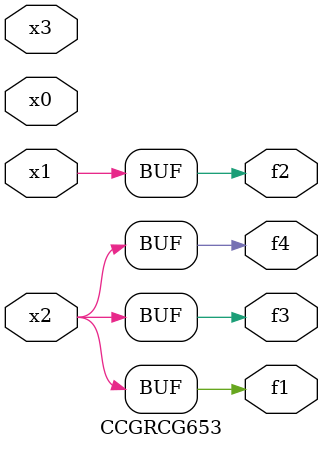
<source format=v>
module CCGRCG653(
	input x0, x1, x2, x3,
	output f1, f2, f3, f4
);
	assign f1 = x2;
	assign f2 = x1;
	assign f3 = x2;
	assign f4 = x2;
endmodule

</source>
